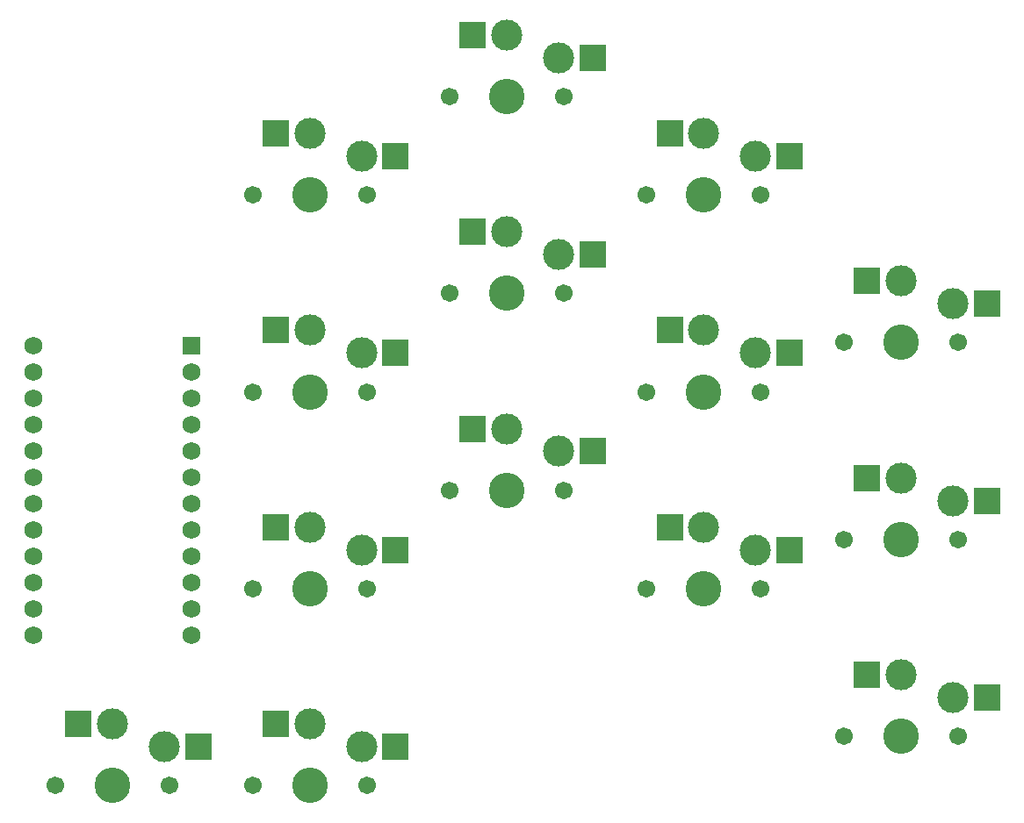
<source format=gbr>
%TF.GenerationSoftware,KiCad,Pcbnew,8.0.1*%
%TF.CreationDate,2024-11-14T23:06:04-08:00*%
%TF.ProjectId,roo_right_autorouted,726f6f5f-7269-4676-9874-5f6175746f72,0.1.0*%
%TF.SameCoordinates,Original*%
%TF.FileFunction,Soldermask,Bot*%
%TF.FilePolarity,Negative*%
%FSLAX46Y46*%
G04 Gerber Fmt 4.6, Leading zero omitted, Abs format (unit mm)*
G04 Created by KiCad (PCBNEW 8.0.1) date 2024-11-14 23:06:04*
%MOMM*%
%LPD*%
G01*
G04 APERTURE LIST*
%ADD10C,1.752600*%
%ADD11R,1.752600X1.752600*%
%ADD12C,3.429000*%
%ADD13C,1.701800*%
%ADD14C,3.000000*%
%ADD15R,2.600000X2.600000*%
G04 APERTURE END LIST*
D10*
%TO.C,MCU1*%
X166965800Y-154805800D03*
X166965800Y-152265800D03*
X166965800Y-149725800D03*
X166965800Y-147185800D03*
X166965800Y-144645800D03*
X166965800Y-142105800D03*
X166965800Y-139565800D03*
X166965800Y-137025800D03*
X166965800Y-134485800D03*
X166965800Y-131945800D03*
X166965800Y-129405800D03*
X166965800Y-126865800D03*
X182205800Y-154805800D03*
X182205800Y-152265800D03*
X182205800Y-149725800D03*
X182205800Y-147185800D03*
X182205800Y-144645800D03*
X182205800Y-142105800D03*
X182205800Y-139565800D03*
X182205800Y-137025800D03*
X182205800Y-134485800D03*
X182205800Y-131945800D03*
X182205800Y-129405800D03*
D11*
X182205800Y-126865800D03*
%TD*%
D12*
%TO.C,S1*%
X250585800Y-164585800D03*
D13*
X256085800Y-164585800D03*
X245085800Y-164585800D03*
D14*
X255585800Y-160835800D03*
X250585800Y-158635800D03*
D15*
X247310800Y-158635800D03*
X258860800Y-160835800D03*
%TD*%
D12*
%TO.C,S2*%
X250585800Y-145585800D03*
D13*
X256085800Y-145585800D03*
X245085800Y-145585800D03*
D14*
X255585800Y-141835800D03*
X250585800Y-139635800D03*
D15*
X247310800Y-139635800D03*
X258860800Y-141835800D03*
%TD*%
D12*
%TO.C,S3*%
X250585800Y-126585800D03*
D13*
X256085800Y-126585800D03*
X245085800Y-126585800D03*
D14*
X255585800Y-122835800D03*
X250585800Y-120635800D03*
D15*
X247310800Y-120635800D03*
X258860800Y-122835800D03*
%TD*%
D12*
%TO.C,S4*%
X231585800Y-150335800D03*
D13*
X237085800Y-150335800D03*
X226085800Y-150335800D03*
D14*
X236585800Y-146585800D03*
X231585800Y-144385800D03*
D15*
X228310800Y-144385800D03*
X239860800Y-146585800D03*
%TD*%
D12*
%TO.C,S5*%
X231585800Y-131335800D03*
D13*
X237085800Y-131335800D03*
X226085800Y-131335800D03*
D14*
X236585800Y-127585800D03*
X231585800Y-125385800D03*
D15*
X228310800Y-125385800D03*
X239860800Y-127585800D03*
%TD*%
D12*
%TO.C,S6*%
X231585800Y-112335800D03*
D13*
X237085800Y-112335800D03*
X226085800Y-112335800D03*
D14*
X236585800Y-108585800D03*
X231585800Y-106385800D03*
D15*
X228310800Y-106385800D03*
X239860800Y-108585800D03*
%TD*%
D12*
%TO.C,S7*%
X212585800Y-140835800D03*
D13*
X218085800Y-140835800D03*
X207085800Y-140835800D03*
D14*
X217585800Y-137085800D03*
X212585800Y-134885800D03*
D15*
X209310800Y-134885800D03*
X220860800Y-137085800D03*
%TD*%
D12*
%TO.C,S8*%
X212585800Y-121835800D03*
D13*
X218085800Y-121835800D03*
X207085800Y-121835800D03*
D14*
X217585800Y-118085800D03*
X212585800Y-115885800D03*
D15*
X209310800Y-115885800D03*
X220860800Y-118085800D03*
%TD*%
D12*
%TO.C,S9*%
X212585800Y-102835800D03*
D13*
X218085800Y-102835800D03*
X207085800Y-102835800D03*
D14*
X217585800Y-99085800D03*
X212585800Y-96885800D03*
D15*
X209310800Y-96885800D03*
X220860800Y-99085800D03*
%TD*%
D12*
%TO.C,S10*%
X193585800Y-150335800D03*
D13*
X199085800Y-150335800D03*
X188085800Y-150335800D03*
D14*
X198585800Y-146585800D03*
X193585800Y-144385800D03*
D15*
X190310800Y-144385800D03*
X201860800Y-146585800D03*
%TD*%
D12*
%TO.C,S11*%
X193585800Y-131335800D03*
D13*
X199085800Y-131335800D03*
X188085800Y-131335800D03*
D14*
X198585800Y-127585800D03*
X193585800Y-125385800D03*
D15*
X190310800Y-125385800D03*
X201860800Y-127585800D03*
%TD*%
D12*
%TO.C,S12*%
X193585800Y-112335800D03*
D13*
X199085800Y-112335800D03*
X188085800Y-112335800D03*
D14*
X198585800Y-108585800D03*
X193585800Y-106385800D03*
D15*
X190310800Y-106385800D03*
X201860800Y-108585800D03*
%TD*%
D12*
%TO.C,S13*%
X193585800Y-169335800D03*
D13*
X199085800Y-169335800D03*
X188085800Y-169335800D03*
D14*
X198585800Y-165585800D03*
X193585800Y-163385800D03*
D15*
X190310800Y-163385800D03*
X201860800Y-165585800D03*
%TD*%
D12*
%TO.C,S14*%
X174585800Y-169335800D03*
D13*
X180085800Y-169335800D03*
X169085800Y-169335800D03*
D14*
X179585800Y-165585800D03*
X174585800Y-163385800D03*
D15*
X171310800Y-163385800D03*
X182860800Y-165585800D03*
%TD*%
M02*

</source>
